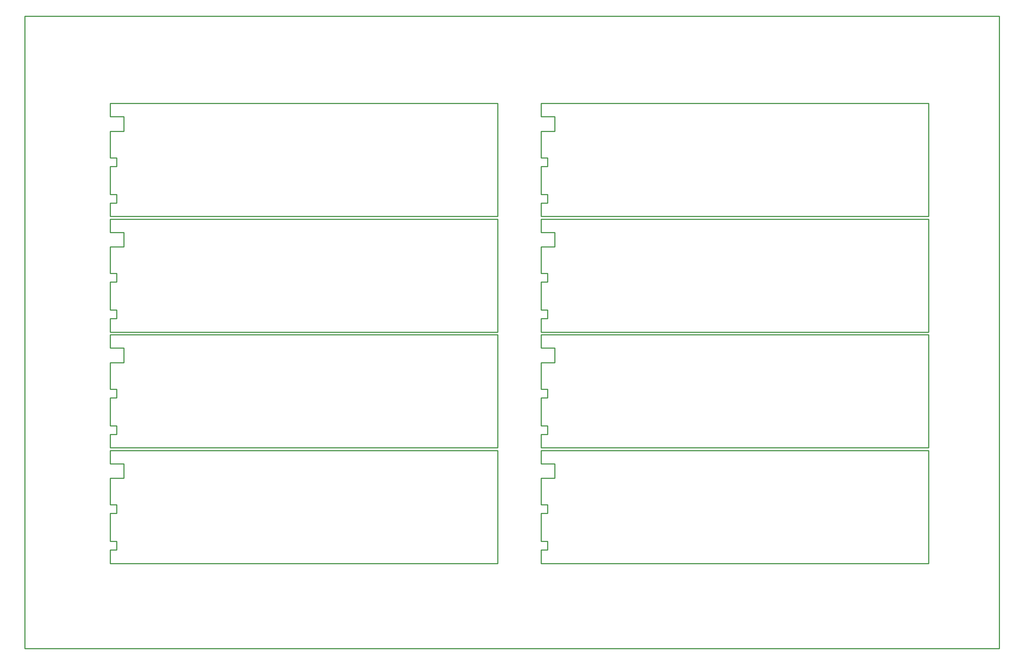
<source format=gko>
G04 Layer_Color=16711935*
%FSLAX24Y24*%
%MOIN*%
G70*
G01*
G75*
%ADD68C,0.0100*%
%ADD79C,0.0050*%
D68*
X0Y0D02*
Y58774D01*
X90504D01*
Y0D02*
Y58774D01*
X0Y0D02*
X90504D01*
X7934Y15841D02*
X9194D01*
Y17179D01*
X7934D02*
X9194D01*
X7924Y15841D02*
X9194D01*
X7924Y17179D02*
X9194D01*
Y15841D02*
Y17179D01*
X7924Y13374D02*
Y15841D01*
Y13374D02*
X8522D01*
Y12574D02*
Y13374D01*
X7924Y12574D02*
X8522D01*
X7924Y9974D02*
Y12574D01*
Y9974D02*
X8522D01*
Y9174D02*
Y9974D01*
X7924Y9174D02*
X8522D01*
X7924Y7924D02*
Y9174D01*
Y7924D02*
X43924D01*
Y18424D01*
X7924D02*
X43924D01*
X7924Y17179D02*
Y18424D01*
Y18414D02*
X7934Y18424D01*
X47972Y15841D02*
X49232D01*
Y17179D01*
X47972D02*
X49232D01*
X47961Y15841D02*
X49232D01*
X47961Y17179D02*
X49232D01*
Y15841D02*
Y17179D01*
X47961Y13374D02*
Y15841D01*
Y13374D02*
X48559D01*
Y12574D02*
Y13374D01*
X47961Y12574D02*
X48559D01*
X47961Y9974D02*
Y12574D01*
Y9974D02*
X48559D01*
Y9174D02*
Y9974D01*
X47961Y9174D02*
X48559D01*
X47961Y7924D02*
Y9174D01*
Y7924D02*
X83961D01*
Y18424D01*
X47961D02*
X83961D01*
X47961Y17179D02*
Y18424D01*
Y18414D02*
X47972Y18424D01*
X7934Y26591D02*
X9194D01*
Y27930D01*
X7934D02*
X9194D01*
X7924Y26591D02*
X9194D01*
X7924Y27930D02*
X9194D01*
Y26591D02*
Y27930D01*
X7924Y24124D02*
Y26591D01*
Y24124D02*
X8522D01*
Y23324D02*
Y24124D01*
X7924Y23324D02*
X8522D01*
X7924Y20724D02*
Y23324D01*
Y20724D02*
X8522D01*
Y19924D02*
Y20724D01*
X7924Y19924D02*
X8522D01*
X7924Y18674D02*
Y19924D01*
Y18674D02*
X43924D01*
Y29174D01*
X7924D02*
X43924D01*
X7924Y27930D02*
Y29174D01*
Y29164D02*
X7934Y29174D01*
X47972Y26591D02*
X49232D01*
Y27930D01*
X47972D02*
X49232D01*
X47961Y26591D02*
X49232D01*
X47961Y27930D02*
X49232D01*
Y26591D02*
Y27930D01*
X47961Y24124D02*
Y26591D01*
Y24124D02*
X48559D01*
Y23324D02*
Y24124D01*
X47961Y23324D02*
X48559D01*
X47961Y20724D02*
Y23324D01*
Y20724D02*
X48559D01*
Y19924D02*
Y20724D01*
X47961Y19924D02*
X48559D01*
X47961Y18674D02*
Y19924D01*
Y18674D02*
X83961D01*
Y29174D01*
X47961D02*
X83961D01*
X47961Y27930D02*
Y29174D01*
Y29164D02*
X47972Y29174D01*
X7934Y37341D02*
X9194D01*
Y38680D01*
X7934D02*
X9194D01*
X7924Y37341D02*
X9194D01*
X7924Y38680D02*
X9194D01*
Y37341D02*
Y38680D01*
X7924Y34875D02*
Y37341D01*
Y34875D02*
X8522D01*
Y34075D02*
Y34875D01*
X7924Y34075D02*
X8522D01*
X7924Y31475D02*
Y34075D01*
Y31475D02*
X8522D01*
Y30675D02*
Y31475D01*
X7924Y30675D02*
X8522D01*
X7924Y29425D02*
Y30675D01*
Y29425D02*
X43924D01*
Y39925D01*
X7924D02*
X43924D01*
X7924Y38680D02*
Y39925D01*
Y39915D02*
X7934Y39925D01*
X47972Y37341D02*
X49232D01*
Y38680D01*
X47972D02*
X49232D01*
X47961Y37341D02*
X49232D01*
X47961Y38680D02*
X49232D01*
Y37341D02*
Y38680D01*
X47961Y34875D02*
Y37341D01*
Y34875D02*
X48559D01*
Y34075D02*
Y34875D01*
X47961Y34075D02*
X48559D01*
X47961Y31475D02*
Y34075D01*
Y31475D02*
X48559D01*
Y30675D02*
Y31475D01*
X47961Y30675D02*
X48559D01*
X47961Y29425D02*
Y30675D01*
Y29425D02*
X83961D01*
Y39925D01*
X47961D02*
X83961D01*
X47961Y38680D02*
Y39925D01*
Y39915D02*
X47972Y39925D01*
X7934Y48092D02*
X9194D01*
Y49430D01*
X7934D02*
X9194D01*
X7924Y48092D02*
X9194D01*
X7924Y49430D02*
X9194D01*
Y48092D02*
Y49430D01*
X7924Y45625D02*
Y48092D01*
Y45625D02*
X8522D01*
Y44825D02*
Y45625D01*
X7924Y44825D02*
X8522D01*
X7924Y42225D02*
Y44825D01*
Y42225D02*
X8522D01*
Y41425D02*
Y42225D01*
X7924Y41425D02*
X8522D01*
X7924Y40175D02*
Y41425D01*
Y40175D02*
X43924D01*
Y50675D01*
X7924D02*
X43924D01*
X7924Y49430D02*
Y50675D01*
Y50665D02*
X7934Y50675D01*
X47972Y48092D02*
X49232D01*
Y49430D01*
X47972D02*
X49232D01*
X47961Y48092D02*
X49232D01*
X47961Y49430D02*
X49232D01*
Y48092D02*
Y49430D01*
X47961Y45625D02*
Y48092D01*
Y45625D02*
X48559D01*
Y44825D02*
Y45625D01*
X47961Y44825D02*
X48559D01*
X47961Y42225D02*
Y44825D01*
Y42225D02*
X48559D01*
Y41425D02*
Y42225D01*
X47961Y41425D02*
X48559D01*
X47961Y40175D02*
Y41425D01*
Y40175D02*
X83961D01*
Y50675D01*
X47961D02*
X83961D01*
X47961Y49430D02*
Y50675D01*
Y50665D02*
X47972Y50675D01*
D79*
X8522Y9174D02*
Y9974D01*
X7922Y9174D02*
X8522D01*
X7922Y9974D02*
X8522D01*
X7922Y13374D02*
X8522D01*
X7922Y12574D02*
X8522D01*
Y13374D01*
X48559Y9174D02*
Y9974D01*
X47959Y9174D02*
X48559D01*
X47959Y9974D02*
X48559D01*
X47959Y13374D02*
X48559D01*
X47959Y12574D02*
X48559D01*
Y13374D01*
X8522Y19924D02*
Y20724D01*
X7922Y19924D02*
X8522D01*
X7922Y20724D02*
X8522D01*
X7922Y24124D02*
X8522D01*
X7922Y23324D02*
X8522D01*
Y24124D01*
X48559Y19924D02*
Y20724D01*
X47959Y19924D02*
X48559D01*
X47959Y20724D02*
X48559D01*
X47959Y24124D02*
X48559D01*
X47959Y23324D02*
X48559D01*
Y24124D01*
X8522Y30675D02*
Y31475D01*
X7922Y30675D02*
X8522D01*
X7922Y31475D02*
X8522D01*
X7922Y34875D02*
X8522D01*
X7922Y34075D02*
X8522D01*
Y34875D01*
X48559Y30675D02*
Y31475D01*
X47959Y30675D02*
X48559D01*
X47959Y31475D02*
X48559D01*
X47959Y34875D02*
X48559D01*
X47959Y34075D02*
X48559D01*
Y34875D01*
X8522Y41425D02*
Y42225D01*
X7922Y41425D02*
X8522D01*
X7922Y42225D02*
X8522D01*
X7922Y45625D02*
X8522D01*
X7922Y44825D02*
X8522D01*
Y45625D01*
X48559Y41425D02*
Y42225D01*
X47959Y41425D02*
X48559D01*
X47959Y42225D02*
X48559D01*
X47959Y45625D02*
X48559D01*
X47959Y44825D02*
X48559D01*
Y45625D01*
M02*

</source>
